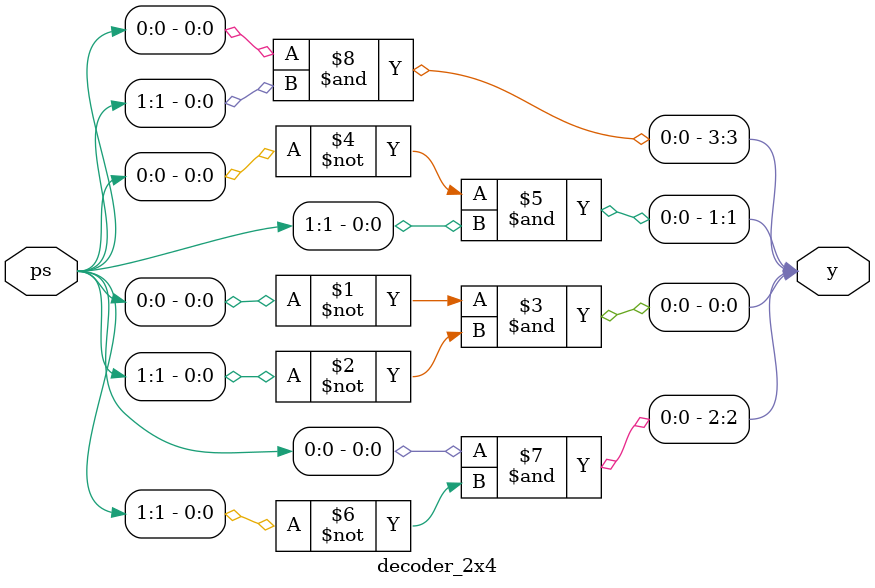
<source format=sv>
module decoder_2x4(input wire [1:0] ps, output wire[3:0]y);

assign y[0] = (~ps[0]) & (~ps[1]);
assign y[1] = (~ps[0]) & ps[1];
assign y[2] = ps[0] & (~ps[1]);
assign y[3] = ps[0] & ps[1];

endmodule

</source>
